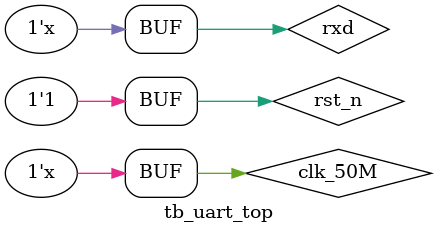
<source format=v>
`timescale 1ns / 1ps


module tb_uart_top(

    );

    reg clk_50M;
    reg rst_n;
    reg rxd;
    wire txd;

    

    uart_top uut(
        .clk    (clk_50M),
        .rst_n  (rst_n),
        .txd    (txd),
        .rxd    (rxd)
    );

    initial begin
        clk_50M = 0;
        rst_n = 0;
        rxd = 0;

        #100 rst_n = 1;

        // #5000 rxd =  1;
    end

    
    always #10 begin
        clk_50M = ~clk_50M;
    end

    always #200 begin
        rxd = ~rxd;
    end


endmodule

</source>
